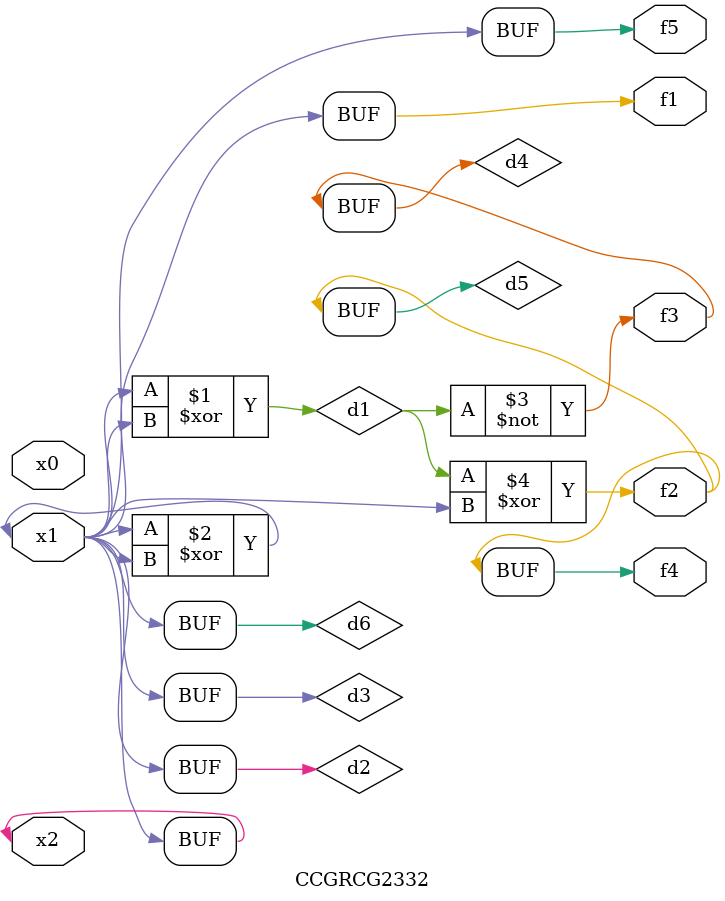
<source format=v>
module CCGRCG2332(
	input x0, x1, x2,
	output f1, f2, f3, f4, f5
);

	wire d1, d2, d3, d4, d5, d6;

	xor (d1, x1, x2);
	buf (d2, x1, x2);
	xor (d3, x1, x2);
	nor (d4, d1);
	xor (d5, d1, d2);
	buf (d6, d2, d3);
	assign f1 = d6;
	assign f2 = d5;
	assign f3 = d4;
	assign f4 = d5;
	assign f5 = d6;
endmodule

</source>
